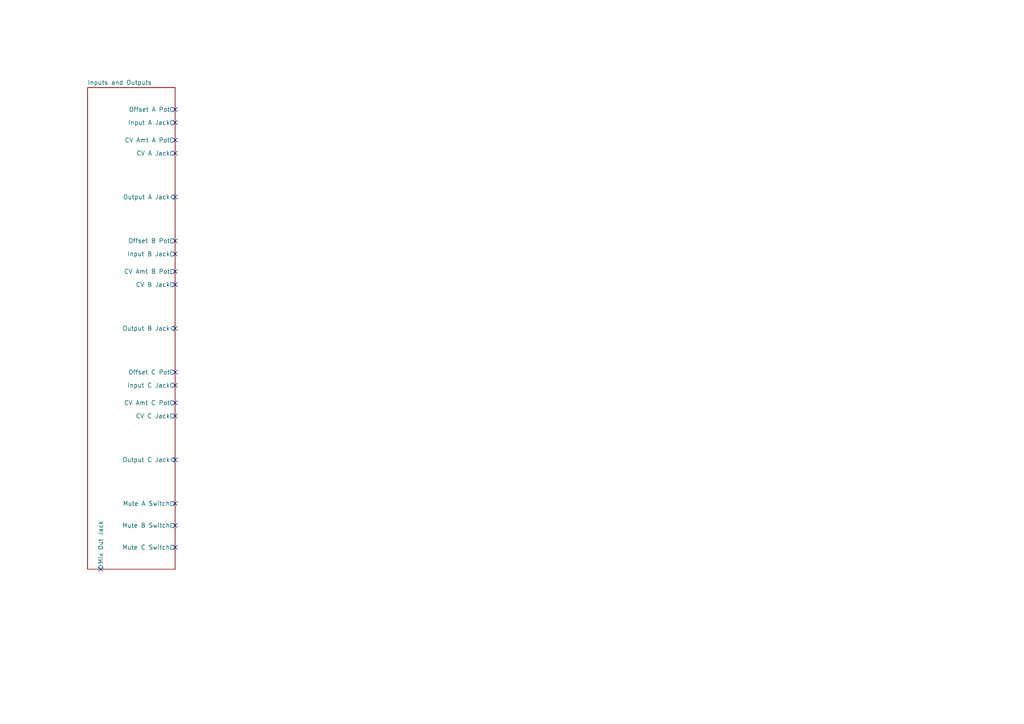
<source format=kicad_sch>
(kicad_sch
	(version 20250114)
	(generator "eeschema")
	(generator_version "9.0")
	(uuid "58f4306d-5387-4983-bb08-41a2313fd315")
	(paper "A4")
	(title_block
		(rev "1")
		(company "DMH Instruments")
		(comment 1 "PCB for 5 cm Kosmo format synthesizer module")
	)
	(lib_symbols)
	(no_connect
		(at 50.8 152.4)
		(uuid "03722d87-2d0e-48ab-909d-21dde4ee646e")
	)
	(no_connect
		(at 50.8 31.75)
		(uuid "0706bb69-beb1-4758-930d-7bf30be99be0")
	)
	(no_connect
		(at 50.8 73.66)
		(uuid "3ab8dfab-2c29-41c2-9378-741deda2632a")
	)
	(no_connect
		(at 50.8 57.15)
		(uuid "435f5cda-ff9c-4098-982e-ef5428ff214a")
	)
	(no_connect
		(at 50.8 78.74)
		(uuid "468c6b7a-b0dd-4f55-a3ff-b36710d30727")
	)
	(no_connect
		(at 50.8 82.55)
		(uuid "59973f46-dee8-4ebb-a2a5-8e95cac19f00")
	)
	(no_connect
		(at 50.8 69.85)
		(uuid "5ac5a71f-38bd-4270-bc5a-4c4ff3dbdba7")
	)
	(no_connect
		(at 29.21 165.1)
		(uuid "7f11dc44-2c25-4e87-9fa6-f1b8766e5c7f")
	)
	(no_connect
		(at 50.8 146.05)
		(uuid "8941b3a5-48ee-43d5-b8e2-d3bd60b41865")
	)
	(no_connect
		(at 50.8 158.75)
		(uuid "909651a9-ded3-4f25-9052-95794dd0e4f6")
	)
	(no_connect
		(at 50.8 35.56)
		(uuid "a989f06d-f024-4663-ad10-a1a3e489d926")
	)
	(no_connect
		(at 50.8 95.25)
		(uuid "b44d34f0-6d59-49a0-be53-b55ee111469d")
	)
	(no_connect
		(at 50.8 107.95)
		(uuid "d0f9b776-65c0-4785-938c-75799176d57c")
	)
	(no_connect
		(at 50.8 40.64)
		(uuid "d15c807a-cee9-4acb-a4bd-0b4cbb8bc86a")
	)
	(no_connect
		(at 50.8 44.45)
		(uuid "e18588a5-c0a4-4cb0-b9ae-463c6e7352d5")
	)
	(no_connect
		(at 50.8 120.65)
		(uuid "e46cd3d2-8c6e-44bd-8cd2-f967db7a44ee")
	)
	(no_connect
		(at 50.8 116.84)
		(uuid "e6c03974-2579-453d-97be-e4e148176528")
	)
	(no_connect
		(at 50.8 133.35)
		(uuid "f07ec22d-f320-4fb3-97e5-06424b2912f0")
	)
	(no_connect
		(at 50.8 111.76)
		(uuid "fa6d529a-b734-49e6-821b-599c4ccef41b")
	)
	(sheet
		(at 25.4 25.4)
		(size 25.4 139.7)
		(exclude_from_sim no)
		(in_bom yes)
		(on_board yes)
		(dnp no)
		(fields_autoplaced yes)
		(stroke
			(width 0.1524)
			(type solid)
		)
		(fill
			(color 0 0 0 0.0000)
		)
		(uuid "ce3fef8b-9f1d-4178-b50b-4a046c030679")
		(property "Sheetname" "Inputs and Outputs"
			(at 25.4 24.6884 0)
			(effects
				(font
					(size 1.27 1.27)
				)
				(justify left bottom)
			)
		)
		(property "Sheetfile" "Inputs_and_Outputs.kicad_sch"
			(at 25.4 165.6846 0)
			(effects
				(font
					(size 1.27 1.27)
				)
				(justify left top)
				(hide yes)
			)
		)
		(pin "Output B Jack" input
			(at 50.8 95.25 0)
			(uuid "61bea0f4-ac41-402a-94f0-8fd20c42f5bb")
			(effects
				(font
					(size 1.27 1.27)
				)
				(justify right)
			)
		)
		(pin "Mute B Switch" output
			(at 50.8 152.4 0)
			(uuid "906d190d-e4d5-43b8-8849-078d556e2397")
			(effects
				(font
					(size 1.27 1.27)
				)
				(justify right)
			)
		)
		(pin "Offset B Pot" output
			(at 50.8 69.85 0)
			(uuid "2b499b55-3046-497d-8405-d40c6da8cd8f")
			(effects
				(font
					(size 1.27 1.27)
				)
				(justify right)
			)
		)
		(pin "Input B Jack" output
			(at 50.8 73.66 0)
			(uuid "3cf31980-7843-4e17-be32-ca57519cde2c")
			(effects
				(font
					(size 1.27 1.27)
				)
				(justify right)
			)
		)
		(pin "Output C Jack" input
			(at 50.8 133.35 0)
			(uuid "d216050d-0d6a-486d-8a67-2fa82a16c264")
			(effects
				(font
					(size 1.27 1.27)
				)
				(justify right)
			)
		)
		(pin "Mute C Switch" output
			(at 50.8 158.75 0)
			(uuid "7b35ac29-9a58-42e7-a2b7-85a3e29177cf")
			(effects
				(font
					(size 1.27 1.27)
				)
				(justify right)
			)
		)
		(pin "Input C Jack" output
			(at 50.8 111.76 0)
			(uuid "dd78b2b7-9944-4604-a1e4-dbdb0028fd86")
			(effects
				(font
					(size 1.27 1.27)
				)
				(justify right)
			)
		)
		(pin "Offset C Pot" output
			(at 50.8 107.95 0)
			(uuid "896c0ade-7003-4f85-963b-24331b9a8289")
			(effects
				(font
					(size 1.27 1.27)
				)
				(justify right)
			)
		)
		(pin "Input A Jack" output
			(at 50.8 35.56 0)
			(uuid "5c0f720a-4dfd-4897-9d6b-44332e28be99")
			(effects
				(font
					(size 1.27 1.27)
				)
				(justify right)
			)
		)
		(pin "Mute A Switch" output
			(at 50.8 146.05 0)
			(uuid "1d32d706-f9f2-4abd-a48b-25e309cd9aa8")
			(effects
				(font
					(size 1.27 1.27)
				)
				(justify right)
			)
		)
		(pin "Offset A Pot" output
			(at 50.8 31.75 0)
			(uuid "35699646-dba7-41ae-80a5-4d15a02fb008")
			(effects
				(font
					(size 1.27 1.27)
				)
				(justify right)
			)
		)
		(pin "Output A Jack" input
			(at 50.8 57.15 0)
			(uuid "2b26e58f-1712-412f-a861-4d993084304d")
			(effects
				(font
					(size 1.27 1.27)
				)
				(justify right)
			)
		)
		(pin "CV C Jack" output
			(at 50.8 120.65 0)
			(uuid "85a26802-b8dc-4b9e-8884-33eb901a71c8")
			(effects
				(font
					(size 1.27 1.27)
				)
				(justify right)
			)
		)
		(pin "CV B Jack" output
			(at 50.8 82.55 0)
			(uuid "8af36520-2e64-4fc4-b0fb-c5511377e468")
			(effects
				(font
					(size 1.27 1.27)
				)
				(justify right)
			)
		)
		(pin "CV A Jack" output
			(at 50.8 44.45 0)
			(uuid "7430c3a0-ebb7-4748-ab05-c28b46e0d04c")
			(effects
				(font
					(size 1.27 1.27)
				)
				(justify right)
			)
		)
		(pin "Mix Out Jack" input
			(at 29.21 165.1 270)
			(uuid "2e443f63-4d67-47c0-a904-b949fa804ced")
			(effects
				(font
					(size 1.27 1.27)
				)
				(justify left)
			)
		)
		(pin "CV Amt A Pot" output
			(at 50.8 40.64 0)
			(uuid "13dab434-c4f7-4866-9d1c-fdfbdcd5f147")
			(effects
				(font
					(size 1.27 1.27)
				)
				(justify right)
			)
		)
		(pin "CV Amt B Pot" output
			(at 50.8 78.74 0)
			(uuid "700e12f1-ecee-48fa-aa2e-4c74e7f32eed")
			(effects
				(font
					(size 1.27 1.27)
				)
				(justify right)
			)
		)
		(pin "CV Amt C Pot" output
			(at 50.8 116.84 0)
			(uuid "9d57236d-ef97-4e80-9718-8e3ccad9c56d")
			(effects
				(font
					(size 1.27 1.27)
				)
				(justify right)
			)
		)
		(instances
			(project "DMH_VCM_Mk2_PCB_2"
				(path "/58f4306d-5387-4983-bb08-41a2313fd315"
					(page "2")
				)
			)
		)
	)
	(sheet_instances
		(path "/"
			(page "1")
		)
	)
	(embedded_fonts no)
)

</source>
